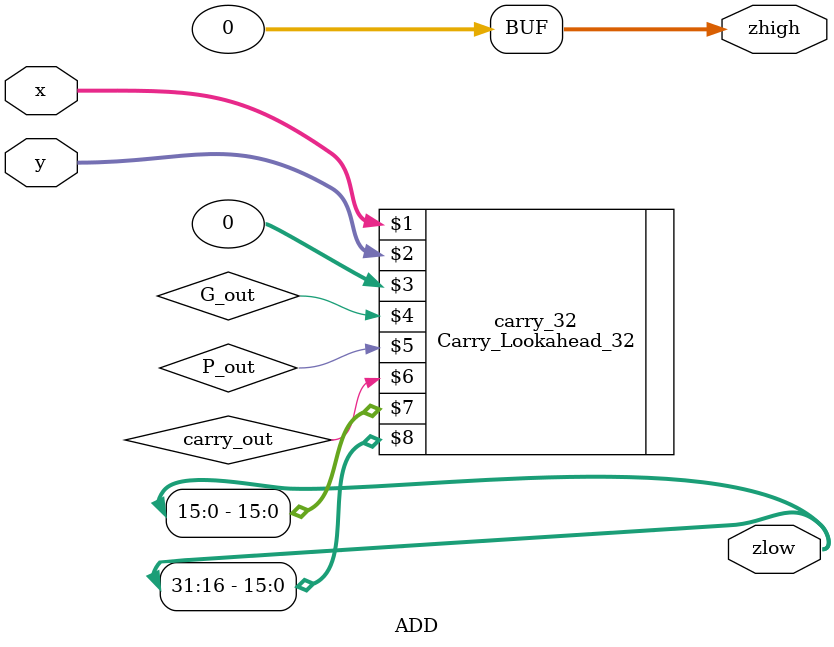
<source format=v>
module ADD(
 input [31:0] x, y,
 output[31:0] zlow, zhigh);
 
 // Wires for carry lookahead
 wire G_out, P_out, carry_out;
 
 
 Carry_Lookahead_32 carry_32(x, y, 0, G_out, P_out, carry_out, zlow[15:0], zlow[31:16]);
 
 assign zhigh = 0;
 
endmodule

</source>
